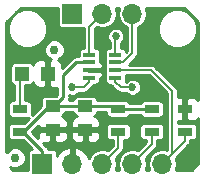
<source format=gtl>
G04 #@! TF.GenerationSoftware,KiCad,Pcbnew,(5.0.0-rc2-dev-444-g2974a2c10)*
G04 #@! TF.CreationDate,2019-08-03T11:43:22-07:00*
G04 #@! TF.ProjectId,AD5245_breakout,4144353234355F627265616B6F75742E,v01*
G04 #@! TF.SameCoordinates,Original*
G04 #@! TF.FileFunction,Copper,L1,Top,Signal*
G04 #@! TF.FilePolarity,Positive*
%FSLAX46Y46*%
G04 Gerber Fmt 4.6, Leading zero omitted, Abs format (unit mm)*
G04 Created by KiCad (PCBNEW (5.0.0-rc2-dev-444-g2974a2c10)) date 08/03/19 11:43:22*
%MOMM*%
%LPD*%
G01*
G04 APERTURE LIST*
%ADD10C,0.750000*%
%ADD11R,1.250000X1.000000*%
%ADD12R,1.300000X0.700000*%
%ADD13R,1.200000X1.200000*%
%ADD14R,1.060000X0.400000*%
%ADD15O,1.700000X1.700000*%
%ADD16R,1.700000X1.700000*%
%ADD17C,0.685800*%
%ADD18C,0.254000*%
%ADD19C,0.152400*%
G04 APERTURE END LIST*
D10*
X111506000Y-72898000D03*
D11*
X114131000Y-77676450D03*
X114131000Y-79676450D03*
X111373000Y-79676450D03*
X111373000Y-77676450D03*
D12*
X116919000Y-79826450D03*
X116919000Y-77926450D03*
X108585000Y-79826450D03*
X108585000Y-77926450D03*
D13*
X110955000Y-74930000D03*
X108755000Y-74930000D03*
D12*
X119737000Y-77926450D03*
X119737000Y-79826450D03*
X122555000Y-77926450D03*
X122555000Y-79826450D03*
D14*
X116670000Y-73315000D03*
X116670000Y-73965000D03*
X116670000Y-74625000D03*
X116670000Y-75275000D03*
X114470000Y-75275000D03*
X114470000Y-74625000D03*
X114470000Y-73965000D03*
X114470000Y-73315000D03*
D10*
X108204000Y-82042000D03*
D15*
X120650000Y-82550000D03*
X118110000Y-82550000D03*
X115570000Y-82550000D03*
X113030000Y-82550000D03*
D16*
X110490000Y-82550000D03*
D15*
X118110000Y-69850000D03*
X115570000Y-69850000D03*
D16*
X113030000Y-69850000D03*
D17*
X122809000Y-82169000D03*
X119761000Y-71374000D03*
X109855000Y-76708000D03*
X111379000Y-71374000D03*
X116713000Y-71755000D03*
X113030000Y-76073000D03*
X118110000Y-76073000D03*
D18*
X108870450Y-79826450D02*
X108585000Y-79826450D01*
X110490000Y-81446000D02*
X108870450Y-79826450D01*
X110490000Y-82550000D02*
X110490000Y-81446000D01*
X111035000Y-77676450D02*
X111373000Y-77676450D01*
X108885000Y-79826450D02*
X111035000Y-77676450D01*
X108585000Y-79826450D02*
X108885000Y-79826450D01*
X112252000Y-77676450D02*
X114131000Y-77676450D01*
X111373000Y-77676450D02*
X112252000Y-77676450D01*
X116669000Y-77676450D02*
X116919000Y-77926450D01*
X114131000Y-77676450D02*
X116669000Y-77676450D01*
X117823000Y-77926450D02*
X119737000Y-77926450D01*
X116919000Y-77926450D02*
X117823000Y-77926450D01*
X111498000Y-77676450D02*
X111373000Y-77676450D01*
X112268000Y-76906450D02*
X111498000Y-77676450D01*
X112268000Y-76906450D02*
X112268000Y-75057000D01*
X113360000Y-73965000D02*
X114470000Y-73965000D01*
X112268000Y-75057000D02*
X113360000Y-73965000D01*
D19*
X108585000Y-75100000D02*
X108755000Y-74930000D01*
X108585000Y-77926450D02*
X108585000Y-75100000D01*
X114470000Y-70950000D02*
X115570000Y-69850000D01*
X114470000Y-73315000D02*
X114470000Y-70950000D01*
X116670000Y-71798000D02*
X116713000Y-71755000D01*
X116670000Y-73315000D02*
X116670000Y-71798000D01*
X116919000Y-81201000D02*
X116919000Y-79826450D01*
X115570000Y-82550000D02*
X116919000Y-81201000D01*
X113030000Y-76073000D02*
X113030000Y-76073000D01*
X113514933Y-76073000D02*
X113030000Y-76073000D01*
X114024400Y-76073000D02*
X113514933Y-76073000D01*
X114470000Y-75627400D02*
X114024400Y-76073000D01*
X114470000Y-75275000D02*
X114470000Y-75627400D01*
X119737000Y-80923000D02*
X119737000Y-79826450D01*
X118110000Y-82550000D02*
X119737000Y-80923000D01*
X118110000Y-76073000D02*
X118110000Y-76073000D01*
X117625067Y-76073000D02*
X118110000Y-76073000D01*
X117115600Y-76073000D02*
X117625067Y-76073000D01*
X116670000Y-75627400D02*
X117115600Y-76073000D01*
X116670000Y-75275000D02*
X116670000Y-75627400D01*
X121499999Y-81700001D02*
X120650000Y-82550000D01*
X122555000Y-80645000D02*
X122555000Y-79826450D01*
X121499999Y-81700001D02*
X122555000Y-80645000D01*
X119710000Y-74625000D02*
X116670000Y-74625000D01*
X121499999Y-81700001D02*
X121499999Y-76414999D01*
X121499999Y-76414999D02*
X119710000Y-74625000D01*
X118110000Y-71052081D02*
X118110000Y-69850000D01*
X118110000Y-73207400D02*
X118110000Y-71052081D01*
X117352400Y-73965000D02*
X118110000Y-73207400D01*
X116670000Y-73965000D02*
X117352400Y-73965000D01*
D18*
G36*
X111791536Y-70700000D02*
X111821106Y-70848659D01*
X111905314Y-70974686D01*
X112031341Y-71058894D01*
X112180000Y-71088464D01*
X113880000Y-71088464D01*
X114012801Y-71062048D01*
X114012800Y-72726536D01*
X113940000Y-72726536D01*
X113791341Y-72756106D01*
X113665314Y-72840314D01*
X113581106Y-72966341D01*
X113551536Y-73115000D01*
X113551536Y-73457000D01*
X113410027Y-73457000D01*
X113359999Y-73447049D01*
X113309971Y-73457000D01*
X113309968Y-73457000D01*
X113161788Y-73486475D01*
X113036167Y-73570412D01*
X113036165Y-73570414D01*
X112993753Y-73598753D01*
X112965414Y-73641165D01*
X112190000Y-74416580D01*
X112190000Y-74203690D01*
X112093327Y-73970301D01*
X111914698Y-73791673D01*
X111777446Y-73734821D01*
X112002780Y-73641484D01*
X112249484Y-73394780D01*
X112383000Y-73072446D01*
X112383000Y-72723554D01*
X112249484Y-72401220D01*
X112002780Y-72154516D01*
X111680446Y-72021000D01*
X111331554Y-72021000D01*
X111009220Y-72154516D01*
X110762516Y-72401220D01*
X110629000Y-72723554D01*
X110629000Y-73072446D01*
X110762516Y-73394780D01*
X111009220Y-73641484D01*
X111210778Y-73724972D01*
X111082000Y-73853750D01*
X111082000Y-74803000D01*
X111102000Y-74803000D01*
X111102000Y-75057000D01*
X111082000Y-75057000D01*
X111082000Y-76006250D01*
X111240750Y-76165000D01*
X111681309Y-76165000D01*
X111760000Y-76132405D01*
X111760000Y-76696030D01*
X111668044Y-76787986D01*
X110748000Y-76787986D01*
X110599341Y-76817556D01*
X110473314Y-76901764D01*
X110389106Y-77027791D01*
X110359536Y-77176450D01*
X110359536Y-77633493D01*
X109600343Y-78392686D01*
X109623464Y-78276450D01*
X109623464Y-77576450D01*
X109593894Y-77427791D01*
X109509686Y-77301764D01*
X109383659Y-77217556D01*
X109235000Y-77187986D01*
X109042200Y-77187986D01*
X109042200Y-75918464D01*
X109355000Y-75918464D01*
X109503659Y-75888894D01*
X109629686Y-75804686D01*
X109713894Y-75678659D01*
X109720000Y-75647962D01*
X109720000Y-75656310D01*
X109816673Y-75889699D01*
X109995302Y-76068327D01*
X110228691Y-76165000D01*
X110669250Y-76165000D01*
X110828000Y-76006250D01*
X110828000Y-75057000D01*
X110808000Y-75057000D01*
X110808000Y-74803000D01*
X110828000Y-74803000D01*
X110828000Y-73853750D01*
X110669250Y-73695000D01*
X110228691Y-73695000D01*
X109995302Y-73791673D01*
X109816673Y-73970301D01*
X109720000Y-74203690D01*
X109720000Y-74212038D01*
X109713894Y-74181341D01*
X109629686Y-74055314D01*
X109503659Y-73971106D01*
X109355000Y-73941536D01*
X108155000Y-73941536D01*
X108006341Y-73971106D01*
X107880314Y-74055314D01*
X107796106Y-74181341D01*
X107766536Y-74330000D01*
X107766536Y-75530000D01*
X107796106Y-75678659D01*
X107880314Y-75804686D01*
X108006341Y-75888894D01*
X108127801Y-75913054D01*
X108127800Y-77187986D01*
X107935000Y-77187986D01*
X107786341Y-77217556D01*
X107660314Y-77301764D01*
X107576106Y-77427791D01*
X107546536Y-77576450D01*
X107546536Y-78276450D01*
X107576106Y-78425109D01*
X107660314Y-78551136D01*
X107786341Y-78635344D01*
X107935000Y-78664914D01*
X109235000Y-78664914D01*
X109351236Y-78641793D01*
X108905044Y-79087986D01*
X107935000Y-79087986D01*
X107786341Y-79117556D01*
X107660314Y-79201764D01*
X107576106Y-79327791D01*
X107546536Y-79476450D01*
X107546536Y-80176450D01*
X107576106Y-80325109D01*
X107660314Y-80451136D01*
X107786341Y-80535344D01*
X107935000Y-80564914D01*
X108890494Y-80564914D01*
X109637594Y-81312014D01*
X109491341Y-81341106D01*
X109365314Y-81425314D01*
X109281106Y-81551341D01*
X109251536Y-81700000D01*
X109251536Y-83058000D01*
X108002606Y-83058000D01*
X107746262Y-82801656D01*
X108029554Y-82919000D01*
X108378446Y-82919000D01*
X108700780Y-82785484D01*
X108947484Y-82538780D01*
X109081000Y-82216446D01*
X109081000Y-81867554D01*
X108947484Y-81545220D01*
X108700780Y-81298516D01*
X108378446Y-81165000D01*
X108029554Y-81165000D01*
X107707220Y-81298516D01*
X107460516Y-81545220D01*
X107442000Y-81589921D01*
X107442000Y-70795574D01*
X107589000Y-70795574D01*
X107589000Y-71444426D01*
X107837305Y-72043887D01*
X108296113Y-72502695D01*
X108895574Y-72751000D01*
X109544426Y-72751000D01*
X110143887Y-72502695D01*
X110602695Y-72043887D01*
X110851000Y-71444426D01*
X110851000Y-70795574D01*
X110602695Y-70196113D01*
X110143887Y-69737305D01*
X109544426Y-69489000D01*
X108895574Y-69489000D01*
X108296113Y-69737305D01*
X107837305Y-70196113D01*
X107589000Y-70795574D01*
X107442000Y-70795574D01*
X107442000Y-70537606D01*
X108637606Y-69342000D01*
X111791536Y-69342000D01*
X111791536Y-70700000D01*
X111791536Y-70700000D01*
G37*
X111791536Y-70700000D02*
X111821106Y-70848659D01*
X111905314Y-70974686D01*
X112031341Y-71058894D01*
X112180000Y-71088464D01*
X113880000Y-71088464D01*
X114012801Y-71062048D01*
X114012800Y-72726536D01*
X113940000Y-72726536D01*
X113791341Y-72756106D01*
X113665314Y-72840314D01*
X113581106Y-72966341D01*
X113551536Y-73115000D01*
X113551536Y-73457000D01*
X113410027Y-73457000D01*
X113359999Y-73447049D01*
X113309971Y-73457000D01*
X113309968Y-73457000D01*
X113161788Y-73486475D01*
X113036167Y-73570412D01*
X113036165Y-73570414D01*
X112993753Y-73598753D01*
X112965414Y-73641165D01*
X112190000Y-74416580D01*
X112190000Y-74203690D01*
X112093327Y-73970301D01*
X111914698Y-73791673D01*
X111777446Y-73734821D01*
X112002780Y-73641484D01*
X112249484Y-73394780D01*
X112383000Y-73072446D01*
X112383000Y-72723554D01*
X112249484Y-72401220D01*
X112002780Y-72154516D01*
X111680446Y-72021000D01*
X111331554Y-72021000D01*
X111009220Y-72154516D01*
X110762516Y-72401220D01*
X110629000Y-72723554D01*
X110629000Y-73072446D01*
X110762516Y-73394780D01*
X111009220Y-73641484D01*
X111210778Y-73724972D01*
X111082000Y-73853750D01*
X111082000Y-74803000D01*
X111102000Y-74803000D01*
X111102000Y-75057000D01*
X111082000Y-75057000D01*
X111082000Y-76006250D01*
X111240750Y-76165000D01*
X111681309Y-76165000D01*
X111760000Y-76132405D01*
X111760000Y-76696030D01*
X111668044Y-76787986D01*
X110748000Y-76787986D01*
X110599341Y-76817556D01*
X110473314Y-76901764D01*
X110389106Y-77027791D01*
X110359536Y-77176450D01*
X110359536Y-77633493D01*
X109600343Y-78392686D01*
X109623464Y-78276450D01*
X109623464Y-77576450D01*
X109593894Y-77427791D01*
X109509686Y-77301764D01*
X109383659Y-77217556D01*
X109235000Y-77187986D01*
X109042200Y-77187986D01*
X109042200Y-75918464D01*
X109355000Y-75918464D01*
X109503659Y-75888894D01*
X109629686Y-75804686D01*
X109713894Y-75678659D01*
X109720000Y-75647962D01*
X109720000Y-75656310D01*
X109816673Y-75889699D01*
X109995302Y-76068327D01*
X110228691Y-76165000D01*
X110669250Y-76165000D01*
X110828000Y-76006250D01*
X110828000Y-75057000D01*
X110808000Y-75057000D01*
X110808000Y-74803000D01*
X110828000Y-74803000D01*
X110828000Y-73853750D01*
X110669250Y-73695000D01*
X110228691Y-73695000D01*
X109995302Y-73791673D01*
X109816673Y-73970301D01*
X109720000Y-74203690D01*
X109720000Y-74212038D01*
X109713894Y-74181341D01*
X109629686Y-74055314D01*
X109503659Y-73971106D01*
X109355000Y-73941536D01*
X108155000Y-73941536D01*
X108006341Y-73971106D01*
X107880314Y-74055314D01*
X107796106Y-74181341D01*
X107766536Y-74330000D01*
X107766536Y-75530000D01*
X107796106Y-75678659D01*
X107880314Y-75804686D01*
X108006341Y-75888894D01*
X108127801Y-75913054D01*
X108127800Y-77187986D01*
X107935000Y-77187986D01*
X107786341Y-77217556D01*
X107660314Y-77301764D01*
X107576106Y-77427791D01*
X107546536Y-77576450D01*
X107546536Y-78276450D01*
X107576106Y-78425109D01*
X107660314Y-78551136D01*
X107786341Y-78635344D01*
X107935000Y-78664914D01*
X109235000Y-78664914D01*
X109351236Y-78641793D01*
X108905044Y-79087986D01*
X107935000Y-79087986D01*
X107786341Y-79117556D01*
X107660314Y-79201764D01*
X107576106Y-79327791D01*
X107546536Y-79476450D01*
X107546536Y-80176450D01*
X107576106Y-80325109D01*
X107660314Y-80451136D01*
X107786341Y-80535344D01*
X107935000Y-80564914D01*
X108890494Y-80564914D01*
X109637594Y-81312014D01*
X109491341Y-81341106D01*
X109365314Y-81425314D01*
X109281106Y-81551341D01*
X109251536Y-81700000D01*
X109251536Y-83058000D01*
X108002606Y-83058000D01*
X107746262Y-82801656D01*
X108029554Y-82919000D01*
X108378446Y-82919000D01*
X108700780Y-82785484D01*
X108947484Y-82538780D01*
X109081000Y-82216446D01*
X109081000Y-81867554D01*
X108947484Y-81545220D01*
X108700780Y-81298516D01*
X108378446Y-81165000D01*
X108029554Y-81165000D01*
X107707220Y-81298516D01*
X107460516Y-81545220D01*
X107442000Y-81589921D01*
X107442000Y-70795574D01*
X107589000Y-70795574D01*
X107589000Y-71444426D01*
X107837305Y-72043887D01*
X108296113Y-72502695D01*
X108895574Y-72751000D01*
X109544426Y-72751000D01*
X110143887Y-72502695D01*
X110602695Y-72043887D01*
X110851000Y-71444426D01*
X110851000Y-70795574D01*
X110602695Y-70196113D01*
X110143887Y-69737305D01*
X109544426Y-69489000D01*
X108895574Y-69489000D01*
X108296113Y-69737305D01*
X107837305Y-70196113D01*
X107589000Y-70795574D01*
X107442000Y-70795574D01*
X107442000Y-70537606D01*
X108637606Y-69342000D01*
X111791536Y-69342000D01*
X111791536Y-70700000D01*
G36*
X123698000Y-70537606D02*
X123698000Y-77171425D01*
X123564699Y-77038123D01*
X123331310Y-76941450D01*
X122840750Y-76941450D01*
X122682000Y-77100200D01*
X122682000Y-77799450D01*
X122702000Y-77799450D01*
X122702000Y-78053450D01*
X122682000Y-78053450D01*
X122682000Y-78752700D01*
X122840750Y-78911450D01*
X123331310Y-78911450D01*
X123564699Y-78814777D01*
X123698000Y-78681475D01*
X123698000Y-82497394D01*
X123137394Y-83058000D01*
X121791075Y-83058000D01*
X121809576Y-83030312D01*
X121905116Y-82550000D01*
X121809576Y-82069688D01*
X121797256Y-82051250D01*
X121829622Y-82029624D01*
X121855131Y-81991447D01*
X122846449Y-81000130D01*
X122884623Y-80974623D01*
X122985673Y-80823391D01*
X123012200Y-80690030D01*
X123012200Y-80690029D01*
X123021157Y-80645000D01*
X123012200Y-80599970D01*
X123012200Y-80564914D01*
X123205000Y-80564914D01*
X123353659Y-80535344D01*
X123479686Y-80451136D01*
X123563894Y-80325109D01*
X123593464Y-80176450D01*
X123593464Y-79476450D01*
X123563894Y-79327791D01*
X123479686Y-79201764D01*
X123353659Y-79117556D01*
X123205000Y-79087986D01*
X121957199Y-79087986D01*
X121957199Y-78911450D01*
X122269250Y-78911450D01*
X122428000Y-78752700D01*
X122428000Y-78053450D01*
X122408000Y-78053450D01*
X122408000Y-77799450D01*
X122428000Y-77799450D01*
X122428000Y-77100200D01*
X122269250Y-76941450D01*
X121957199Y-76941450D01*
X121957199Y-76460029D01*
X121966156Y-76414999D01*
X121930672Y-76236608D01*
X121855129Y-76123550D01*
X121829622Y-76085376D01*
X121791448Y-76059869D01*
X120065132Y-74333554D01*
X120039623Y-74295377D01*
X119888391Y-74194327D01*
X119755030Y-74167800D01*
X119710000Y-74158843D01*
X119664970Y-74167800D01*
X117796178Y-74167800D01*
X118401449Y-73562530D01*
X118439623Y-73537023D01*
X118540673Y-73385791D01*
X118567200Y-73252430D01*
X118567200Y-73252429D01*
X118576157Y-73207401D01*
X118567200Y-73162371D01*
X118567200Y-71014173D01*
X118590312Y-71009576D01*
X118910588Y-70795574D01*
X120289000Y-70795574D01*
X120289000Y-71444426D01*
X120537305Y-72043887D01*
X120996113Y-72502695D01*
X121595574Y-72751000D01*
X122244426Y-72751000D01*
X122843887Y-72502695D01*
X123302695Y-72043887D01*
X123551000Y-71444426D01*
X123551000Y-70795574D01*
X123302695Y-70196113D01*
X122843887Y-69737305D01*
X122244426Y-69489000D01*
X121595574Y-69489000D01*
X120996113Y-69737305D01*
X120537305Y-70196113D01*
X120289000Y-70795574D01*
X118910588Y-70795574D01*
X118997501Y-70737501D01*
X119269576Y-70330312D01*
X119365116Y-69850000D01*
X119269576Y-69369688D01*
X119251075Y-69342000D01*
X122502394Y-69342000D01*
X123698000Y-70537606D01*
X123698000Y-70537606D01*
G37*
X123698000Y-70537606D02*
X123698000Y-77171425D01*
X123564699Y-77038123D01*
X123331310Y-76941450D01*
X122840750Y-76941450D01*
X122682000Y-77100200D01*
X122682000Y-77799450D01*
X122702000Y-77799450D01*
X122702000Y-78053450D01*
X122682000Y-78053450D01*
X122682000Y-78752700D01*
X122840750Y-78911450D01*
X123331310Y-78911450D01*
X123564699Y-78814777D01*
X123698000Y-78681475D01*
X123698000Y-82497394D01*
X123137394Y-83058000D01*
X121791075Y-83058000D01*
X121809576Y-83030312D01*
X121905116Y-82550000D01*
X121809576Y-82069688D01*
X121797256Y-82051250D01*
X121829622Y-82029624D01*
X121855131Y-81991447D01*
X122846449Y-81000130D01*
X122884623Y-80974623D01*
X122985673Y-80823391D01*
X123012200Y-80690030D01*
X123012200Y-80690029D01*
X123021157Y-80645000D01*
X123012200Y-80599970D01*
X123012200Y-80564914D01*
X123205000Y-80564914D01*
X123353659Y-80535344D01*
X123479686Y-80451136D01*
X123563894Y-80325109D01*
X123593464Y-80176450D01*
X123593464Y-79476450D01*
X123563894Y-79327791D01*
X123479686Y-79201764D01*
X123353659Y-79117556D01*
X123205000Y-79087986D01*
X121957199Y-79087986D01*
X121957199Y-78911450D01*
X122269250Y-78911450D01*
X122428000Y-78752700D01*
X122428000Y-78053450D01*
X122408000Y-78053450D01*
X122408000Y-77799450D01*
X122428000Y-77799450D01*
X122428000Y-77100200D01*
X122269250Y-76941450D01*
X121957199Y-76941450D01*
X121957199Y-76460029D01*
X121966156Y-76414999D01*
X121930672Y-76236608D01*
X121855129Y-76123550D01*
X121829622Y-76085376D01*
X121791448Y-76059869D01*
X120065132Y-74333554D01*
X120039623Y-74295377D01*
X119888391Y-74194327D01*
X119755030Y-74167800D01*
X119710000Y-74158843D01*
X119664970Y-74167800D01*
X117796178Y-74167800D01*
X118401449Y-73562530D01*
X118439623Y-73537023D01*
X118540673Y-73385791D01*
X118567200Y-73252430D01*
X118567200Y-73252429D01*
X118576157Y-73207401D01*
X118567200Y-73162371D01*
X118567200Y-71014173D01*
X118590312Y-71009576D01*
X118910588Y-70795574D01*
X120289000Y-70795574D01*
X120289000Y-71444426D01*
X120537305Y-72043887D01*
X120996113Y-72502695D01*
X121595574Y-72751000D01*
X122244426Y-72751000D01*
X122843887Y-72502695D01*
X123302695Y-72043887D01*
X123551000Y-71444426D01*
X123551000Y-70795574D01*
X123302695Y-70196113D01*
X122843887Y-69737305D01*
X122244426Y-69489000D01*
X121595574Y-69489000D01*
X120996113Y-69737305D01*
X120537305Y-70196113D01*
X120289000Y-70795574D01*
X118910588Y-70795574D01*
X118997501Y-70737501D01*
X119269576Y-70330312D01*
X119365116Y-69850000D01*
X119269576Y-69369688D01*
X119251075Y-69342000D01*
X122502394Y-69342000D01*
X123698000Y-70537606D01*
G36*
X116950424Y-69369688D02*
X116854884Y-69850000D01*
X116950424Y-70330312D01*
X117222499Y-70737501D01*
X117629688Y-71009576D01*
X117652800Y-71014173D01*
X117652800Y-71097110D01*
X117652801Y-71097115D01*
X117652800Y-73018021D01*
X117583048Y-73087773D01*
X117558894Y-72966341D01*
X117474686Y-72840314D01*
X117348659Y-72756106D01*
X117200000Y-72726536D01*
X117127200Y-72726536D01*
X117127200Y-72364549D01*
X117326693Y-72165056D01*
X117436900Y-71898993D01*
X117436900Y-71611007D01*
X117326693Y-71344944D01*
X117123056Y-71141307D01*
X116856993Y-71031100D01*
X116569007Y-71031100D01*
X116302944Y-71141307D01*
X116099307Y-71344944D01*
X115989100Y-71611007D01*
X115989100Y-71898993D01*
X116099307Y-72165056D01*
X116212801Y-72278550D01*
X116212800Y-72726536D01*
X116140000Y-72726536D01*
X115991341Y-72756106D01*
X115865314Y-72840314D01*
X115781106Y-72966341D01*
X115751536Y-73115000D01*
X115751536Y-73515000D01*
X115776400Y-73640000D01*
X115751536Y-73765000D01*
X115751536Y-74165000D01*
X115777395Y-74295000D01*
X115751536Y-74425000D01*
X115751536Y-74825000D01*
X115776400Y-74950000D01*
X115751536Y-75075000D01*
X115751536Y-75475000D01*
X115781106Y-75623659D01*
X115865314Y-75749686D01*
X115991341Y-75833894D01*
X116140000Y-75863464D01*
X116277864Y-75863464D01*
X116314870Y-75918848D01*
X116340378Y-75957023D01*
X116378552Y-75982530D01*
X116760468Y-76364446D01*
X116785977Y-76402623D01*
X116937209Y-76503673D01*
X117115600Y-76539157D01*
X117160630Y-76530200D01*
X117543451Y-76530200D01*
X117699944Y-76686693D01*
X117966007Y-76796900D01*
X118253993Y-76796900D01*
X118520056Y-76686693D01*
X118723693Y-76483056D01*
X118833900Y-76216993D01*
X118833900Y-75929007D01*
X118723693Y-75662944D01*
X118520056Y-75459307D01*
X118253993Y-75349100D01*
X117966007Y-75349100D01*
X117699944Y-75459307D01*
X117564680Y-75594571D01*
X117588464Y-75475000D01*
X117588464Y-75082200D01*
X119520622Y-75082200D01*
X121042800Y-76604379D01*
X121042799Y-81373017D01*
X120771239Y-81319000D01*
X120528761Y-81319000D01*
X120169688Y-81390424D01*
X119762499Y-81662499D01*
X119490424Y-82069688D01*
X119394884Y-82550000D01*
X119490424Y-83030312D01*
X119508925Y-83058000D01*
X119251075Y-83058000D01*
X119269576Y-83030312D01*
X119365116Y-82550000D01*
X119269576Y-82069688D01*
X119256484Y-82050094D01*
X120028446Y-81278132D01*
X120066623Y-81252623D01*
X120167673Y-81101391D01*
X120194200Y-80968030D01*
X120194200Y-80968026D01*
X120203156Y-80923001D01*
X120194200Y-80877976D01*
X120194200Y-80564914D01*
X120387000Y-80564914D01*
X120535659Y-80535344D01*
X120661686Y-80451136D01*
X120745894Y-80325109D01*
X120775464Y-80176450D01*
X120775464Y-79476450D01*
X120745894Y-79327791D01*
X120661686Y-79201764D01*
X120535659Y-79117556D01*
X120387000Y-79087986D01*
X119087000Y-79087986D01*
X118938341Y-79117556D01*
X118812314Y-79201764D01*
X118728106Y-79327791D01*
X118698536Y-79476450D01*
X118698536Y-80176450D01*
X118728106Y-80325109D01*
X118812314Y-80451136D01*
X118938341Y-80535344D01*
X119087000Y-80564914D01*
X119279800Y-80564914D01*
X119279800Y-80733622D01*
X118609906Y-81403516D01*
X118590312Y-81390424D01*
X118231239Y-81319000D01*
X117988761Y-81319000D01*
X117629688Y-81390424D01*
X117222499Y-81662499D01*
X116950424Y-82069688D01*
X116854884Y-82550000D01*
X116950424Y-83030312D01*
X116968925Y-83058000D01*
X116711075Y-83058000D01*
X116729576Y-83030312D01*
X116825116Y-82550000D01*
X116729576Y-82069688D01*
X116716484Y-82050095D01*
X117210449Y-81556130D01*
X117248623Y-81530623D01*
X117349673Y-81379391D01*
X117357288Y-81341106D01*
X117385157Y-81201001D01*
X117376200Y-81155971D01*
X117376200Y-80564914D01*
X117569000Y-80564914D01*
X117717659Y-80535344D01*
X117843686Y-80451136D01*
X117927894Y-80325109D01*
X117957464Y-80176450D01*
X117957464Y-79476450D01*
X117927894Y-79327791D01*
X117843686Y-79201764D01*
X117717659Y-79117556D01*
X117569000Y-79087986D01*
X116269000Y-79087986D01*
X116120341Y-79117556D01*
X115994314Y-79201764D01*
X115910106Y-79327791D01*
X115880536Y-79476450D01*
X115880536Y-80176450D01*
X115910106Y-80325109D01*
X115994314Y-80451136D01*
X116120341Y-80535344D01*
X116269000Y-80564914D01*
X116461800Y-80564914D01*
X116461800Y-81011621D01*
X116069905Y-81403516D01*
X116050312Y-81390424D01*
X115691239Y-81319000D01*
X115448761Y-81319000D01*
X115089688Y-81390424D01*
X114682499Y-81662499D01*
X114412245Y-82066963D01*
X114225183Y-81668642D01*
X113796924Y-81278355D01*
X113386890Y-81108524D01*
X113157000Y-81229845D01*
X113157000Y-82423000D01*
X113177000Y-82423000D01*
X113177000Y-82677000D01*
X113157000Y-82677000D01*
X113157000Y-82697000D01*
X112903000Y-82697000D01*
X112903000Y-82677000D01*
X112883000Y-82677000D01*
X112883000Y-82423000D01*
X112903000Y-82423000D01*
X112903000Y-81229845D01*
X112673110Y-81108524D01*
X112263076Y-81278355D01*
X111834817Y-81668642D01*
X111728464Y-81895105D01*
X111728464Y-81700000D01*
X111698894Y-81551341D01*
X111614686Y-81425314D01*
X111488659Y-81341106D01*
X111340000Y-81311536D01*
X110981205Y-81311536D01*
X110968525Y-81247788D01*
X110856247Y-81079753D01*
X110813832Y-81051412D01*
X110540056Y-80777636D01*
X110621690Y-80811450D01*
X111087250Y-80811450D01*
X111246000Y-80652700D01*
X111246000Y-79803450D01*
X111500000Y-79803450D01*
X111500000Y-80652700D01*
X111658750Y-80811450D01*
X112124310Y-80811450D01*
X112357699Y-80714777D01*
X112536327Y-80536148D01*
X112633000Y-80302759D01*
X112633000Y-79962200D01*
X112871000Y-79962200D01*
X112871000Y-80302759D01*
X112967673Y-80536148D01*
X113146301Y-80714777D01*
X113379690Y-80811450D01*
X113845250Y-80811450D01*
X114004000Y-80652700D01*
X114004000Y-79803450D01*
X114258000Y-79803450D01*
X114258000Y-80652700D01*
X114416750Y-80811450D01*
X114882310Y-80811450D01*
X115115699Y-80714777D01*
X115294327Y-80536148D01*
X115391000Y-80302759D01*
X115391000Y-79962200D01*
X115232250Y-79803450D01*
X114258000Y-79803450D01*
X114004000Y-79803450D01*
X113029750Y-79803450D01*
X112871000Y-79962200D01*
X112633000Y-79962200D01*
X112474250Y-79803450D01*
X111500000Y-79803450D01*
X111246000Y-79803450D01*
X110271750Y-79803450D01*
X110113000Y-79962200D01*
X110113000Y-80302759D01*
X110146815Y-80384395D01*
X109623464Y-79861044D01*
X109623464Y-79806406D01*
X110113000Y-79316870D01*
X110113000Y-79390700D01*
X110271750Y-79549450D01*
X111246000Y-79549450D01*
X111246000Y-79529450D01*
X111500000Y-79529450D01*
X111500000Y-79549450D01*
X112474250Y-79549450D01*
X112633000Y-79390700D01*
X112633000Y-79050141D01*
X112536327Y-78816752D01*
X112357699Y-78638123D01*
X112124310Y-78541450D01*
X112115962Y-78541450D01*
X112146659Y-78535344D01*
X112272686Y-78451136D01*
X112356894Y-78325109D01*
X112384873Y-78184450D01*
X113119127Y-78184450D01*
X113147106Y-78325109D01*
X113231314Y-78451136D01*
X113357341Y-78535344D01*
X113388038Y-78541450D01*
X113379690Y-78541450D01*
X113146301Y-78638123D01*
X112967673Y-78816752D01*
X112871000Y-79050141D01*
X112871000Y-79390700D01*
X113029750Y-79549450D01*
X114004000Y-79549450D01*
X114004000Y-79529450D01*
X114258000Y-79529450D01*
X114258000Y-79549450D01*
X115232250Y-79549450D01*
X115391000Y-79390700D01*
X115391000Y-79050141D01*
X115294327Y-78816752D01*
X115115699Y-78638123D01*
X114882310Y-78541450D01*
X114873962Y-78541450D01*
X114904659Y-78535344D01*
X115030686Y-78451136D01*
X115114894Y-78325109D01*
X115142873Y-78184450D01*
X115880536Y-78184450D01*
X115880536Y-78276450D01*
X115910106Y-78425109D01*
X115994314Y-78551136D01*
X116120341Y-78635344D01*
X116269000Y-78664914D01*
X117569000Y-78664914D01*
X117717659Y-78635344D01*
X117843686Y-78551136D01*
X117921653Y-78434450D01*
X118734347Y-78434450D01*
X118812314Y-78551136D01*
X118938341Y-78635344D01*
X119087000Y-78664914D01*
X120387000Y-78664914D01*
X120535659Y-78635344D01*
X120661686Y-78551136D01*
X120745894Y-78425109D01*
X120775464Y-78276450D01*
X120775464Y-77576450D01*
X120745894Y-77427791D01*
X120661686Y-77301764D01*
X120535659Y-77217556D01*
X120387000Y-77187986D01*
X119087000Y-77187986D01*
X118938341Y-77217556D01*
X118812314Y-77301764D01*
X118734347Y-77418450D01*
X117921653Y-77418450D01*
X117843686Y-77301764D01*
X117717659Y-77217556D01*
X117569000Y-77187986D01*
X116817246Y-77187986D01*
X116719032Y-77168450D01*
X116719028Y-77168450D01*
X116669000Y-77158499D01*
X116618972Y-77168450D01*
X115142873Y-77168450D01*
X115114894Y-77027791D01*
X115030686Y-76901764D01*
X114904659Y-76817556D01*
X114756000Y-76787986D01*
X113506000Y-76787986D01*
X113357341Y-76817556D01*
X113231314Y-76901764D01*
X113147106Y-77027791D01*
X113119127Y-77168450D01*
X112703903Y-77168450D01*
X112746525Y-77104662D01*
X112776000Y-76956482D01*
X112776000Y-76956479D01*
X112785951Y-76906451D01*
X112776000Y-76856423D01*
X112776000Y-76751334D01*
X112886007Y-76796900D01*
X113173993Y-76796900D01*
X113440056Y-76686693D01*
X113596549Y-76530200D01*
X113979370Y-76530200D01*
X114024400Y-76539157D01*
X114069430Y-76530200D01*
X114202791Y-76503673D01*
X114354023Y-76402623D01*
X114379532Y-76364446D01*
X114761446Y-75982532D01*
X114799623Y-75957023D01*
X114862137Y-75863464D01*
X115000000Y-75863464D01*
X115148659Y-75833894D01*
X115274686Y-75749686D01*
X115358894Y-75623659D01*
X115388464Y-75475000D01*
X115388464Y-75334561D01*
X115538327Y-75184699D01*
X115635000Y-74951310D01*
X115635000Y-74883750D01*
X115476250Y-74725000D01*
X115161970Y-74725000D01*
X115148659Y-74716106D01*
X115000000Y-74686536D01*
X114323000Y-74686536D01*
X114323000Y-74553464D01*
X115000000Y-74553464D01*
X115143099Y-74525000D01*
X115476250Y-74525000D01*
X115635000Y-74366250D01*
X115635000Y-74298690D01*
X115538327Y-74065301D01*
X115388464Y-73915439D01*
X115388464Y-73765000D01*
X115363600Y-73640000D01*
X115388464Y-73515000D01*
X115388464Y-73115000D01*
X115358894Y-72966341D01*
X115274686Y-72840314D01*
X115148659Y-72756106D01*
X115000000Y-72726536D01*
X114927200Y-72726536D01*
X114927200Y-71139378D01*
X115070094Y-70996484D01*
X115089688Y-71009576D01*
X115448761Y-71081000D01*
X115691239Y-71081000D01*
X116050312Y-71009576D01*
X116457501Y-70737501D01*
X116729576Y-70330312D01*
X116825116Y-69850000D01*
X116729576Y-69369688D01*
X116711075Y-69342000D01*
X116968925Y-69342000D01*
X116950424Y-69369688D01*
X116950424Y-69369688D01*
G37*
X116950424Y-69369688D02*
X116854884Y-69850000D01*
X116950424Y-70330312D01*
X117222499Y-70737501D01*
X117629688Y-71009576D01*
X117652800Y-71014173D01*
X117652800Y-71097110D01*
X117652801Y-71097115D01*
X117652800Y-73018021D01*
X117583048Y-73087773D01*
X117558894Y-72966341D01*
X117474686Y-72840314D01*
X117348659Y-72756106D01*
X117200000Y-72726536D01*
X117127200Y-72726536D01*
X117127200Y-72364549D01*
X117326693Y-72165056D01*
X117436900Y-71898993D01*
X117436900Y-71611007D01*
X117326693Y-71344944D01*
X117123056Y-71141307D01*
X116856993Y-71031100D01*
X116569007Y-71031100D01*
X116302944Y-71141307D01*
X116099307Y-71344944D01*
X115989100Y-71611007D01*
X115989100Y-71898993D01*
X116099307Y-72165056D01*
X116212801Y-72278550D01*
X116212800Y-72726536D01*
X116140000Y-72726536D01*
X115991341Y-72756106D01*
X115865314Y-72840314D01*
X115781106Y-72966341D01*
X115751536Y-73115000D01*
X115751536Y-73515000D01*
X115776400Y-73640000D01*
X115751536Y-73765000D01*
X115751536Y-74165000D01*
X115777395Y-74295000D01*
X115751536Y-74425000D01*
X115751536Y-74825000D01*
X115776400Y-74950000D01*
X115751536Y-75075000D01*
X115751536Y-75475000D01*
X115781106Y-75623659D01*
X115865314Y-75749686D01*
X115991341Y-75833894D01*
X116140000Y-75863464D01*
X116277864Y-75863464D01*
X116314870Y-75918848D01*
X116340378Y-75957023D01*
X116378552Y-75982530D01*
X116760468Y-76364446D01*
X116785977Y-76402623D01*
X116937209Y-76503673D01*
X117115600Y-76539157D01*
X117160630Y-76530200D01*
X117543451Y-76530200D01*
X117699944Y-76686693D01*
X117966007Y-76796900D01*
X118253993Y-76796900D01*
X118520056Y-76686693D01*
X118723693Y-76483056D01*
X118833900Y-76216993D01*
X118833900Y-75929007D01*
X118723693Y-75662944D01*
X118520056Y-75459307D01*
X118253993Y-75349100D01*
X117966007Y-75349100D01*
X117699944Y-75459307D01*
X117564680Y-75594571D01*
X117588464Y-75475000D01*
X117588464Y-75082200D01*
X119520622Y-75082200D01*
X121042800Y-76604379D01*
X121042799Y-81373017D01*
X120771239Y-81319000D01*
X120528761Y-81319000D01*
X120169688Y-81390424D01*
X119762499Y-81662499D01*
X119490424Y-82069688D01*
X119394884Y-82550000D01*
X119490424Y-83030312D01*
X119508925Y-83058000D01*
X119251075Y-83058000D01*
X119269576Y-83030312D01*
X119365116Y-82550000D01*
X119269576Y-82069688D01*
X119256484Y-82050094D01*
X120028446Y-81278132D01*
X120066623Y-81252623D01*
X120167673Y-81101391D01*
X120194200Y-80968030D01*
X120194200Y-80968026D01*
X120203156Y-80923001D01*
X120194200Y-80877976D01*
X120194200Y-80564914D01*
X120387000Y-80564914D01*
X120535659Y-80535344D01*
X120661686Y-80451136D01*
X120745894Y-80325109D01*
X120775464Y-80176450D01*
X120775464Y-79476450D01*
X120745894Y-79327791D01*
X120661686Y-79201764D01*
X120535659Y-79117556D01*
X120387000Y-79087986D01*
X119087000Y-79087986D01*
X118938341Y-79117556D01*
X118812314Y-79201764D01*
X118728106Y-79327791D01*
X118698536Y-79476450D01*
X118698536Y-80176450D01*
X118728106Y-80325109D01*
X118812314Y-80451136D01*
X118938341Y-80535344D01*
X119087000Y-80564914D01*
X119279800Y-80564914D01*
X119279800Y-80733622D01*
X118609906Y-81403516D01*
X118590312Y-81390424D01*
X118231239Y-81319000D01*
X117988761Y-81319000D01*
X117629688Y-81390424D01*
X117222499Y-81662499D01*
X116950424Y-82069688D01*
X116854884Y-82550000D01*
X116950424Y-83030312D01*
X116968925Y-83058000D01*
X116711075Y-83058000D01*
X116729576Y-83030312D01*
X116825116Y-82550000D01*
X116729576Y-82069688D01*
X116716484Y-82050095D01*
X117210449Y-81556130D01*
X117248623Y-81530623D01*
X117349673Y-81379391D01*
X117357288Y-81341106D01*
X117385157Y-81201001D01*
X117376200Y-81155971D01*
X117376200Y-80564914D01*
X117569000Y-80564914D01*
X117717659Y-80535344D01*
X117843686Y-80451136D01*
X117927894Y-80325109D01*
X117957464Y-80176450D01*
X117957464Y-79476450D01*
X117927894Y-79327791D01*
X117843686Y-79201764D01*
X117717659Y-79117556D01*
X117569000Y-79087986D01*
X116269000Y-79087986D01*
X116120341Y-79117556D01*
X115994314Y-79201764D01*
X115910106Y-79327791D01*
X115880536Y-79476450D01*
X115880536Y-80176450D01*
X115910106Y-80325109D01*
X115994314Y-80451136D01*
X116120341Y-80535344D01*
X116269000Y-80564914D01*
X116461800Y-80564914D01*
X116461800Y-81011621D01*
X116069905Y-81403516D01*
X116050312Y-81390424D01*
X115691239Y-81319000D01*
X115448761Y-81319000D01*
X115089688Y-81390424D01*
X114682499Y-81662499D01*
X114412245Y-82066963D01*
X114225183Y-81668642D01*
X113796924Y-81278355D01*
X113386890Y-81108524D01*
X113157000Y-81229845D01*
X113157000Y-82423000D01*
X113177000Y-82423000D01*
X113177000Y-82677000D01*
X113157000Y-82677000D01*
X113157000Y-82697000D01*
X112903000Y-82697000D01*
X112903000Y-82677000D01*
X112883000Y-82677000D01*
X112883000Y-82423000D01*
X112903000Y-82423000D01*
X112903000Y-81229845D01*
X112673110Y-81108524D01*
X112263076Y-81278355D01*
X111834817Y-81668642D01*
X111728464Y-81895105D01*
X111728464Y-81700000D01*
X111698894Y-81551341D01*
X111614686Y-81425314D01*
X111488659Y-81341106D01*
X111340000Y-81311536D01*
X110981205Y-81311536D01*
X110968525Y-81247788D01*
X110856247Y-81079753D01*
X110813832Y-81051412D01*
X110540056Y-80777636D01*
X110621690Y-80811450D01*
X111087250Y-80811450D01*
X111246000Y-80652700D01*
X111246000Y-79803450D01*
X111500000Y-79803450D01*
X111500000Y-80652700D01*
X111658750Y-80811450D01*
X112124310Y-80811450D01*
X112357699Y-80714777D01*
X112536327Y-80536148D01*
X112633000Y-80302759D01*
X112633000Y-79962200D01*
X112871000Y-79962200D01*
X112871000Y-80302759D01*
X112967673Y-80536148D01*
X113146301Y-80714777D01*
X113379690Y-80811450D01*
X113845250Y-80811450D01*
X114004000Y-80652700D01*
X114004000Y-79803450D01*
X114258000Y-79803450D01*
X114258000Y-80652700D01*
X114416750Y-80811450D01*
X114882310Y-80811450D01*
X115115699Y-80714777D01*
X115294327Y-80536148D01*
X115391000Y-80302759D01*
X115391000Y-79962200D01*
X115232250Y-79803450D01*
X114258000Y-79803450D01*
X114004000Y-79803450D01*
X113029750Y-79803450D01*
X112871000Y-79962200D01*
X112633000Y-79962200D01*
X112474250Y-79803450D01*
X111500000Y-79803450D01*
X111246000Y-79803450D01*
X110271750Y-79803450D01*
X110113000Y-79962200D01*
X110113000Y-80302759D01*
X110146815Y-80384395D01*
X109623464Y-79861044D01*
X109623464Y-79806406D01*
X110113000Y-79316870D01*
X110113000Y-79390700D01*
X110271750Y-79549450D01*
X111246000Y-79549450D01*
X111246000Y-79529450D01*
X111500000Y-79529450D01*
X111500000Y-79549450D01*
X112474250Y-79549450D01*
X112633000Y-79390700D01*
X112633000Y-79050141D01*
X112536327Y-78816752D01*
X112357699Y-78638123D01*
X112124310Y-78541450D01*
X112115962Y-78541450D01*
X112146659Y-78535344D01*
X112272686Y-78451136D01*
X112356894Y-78325109D01*
X112384873Y-78184450D01*
X113119127Y-78184450D01*
X113147106Y-78325109D01*
X113231314Y-78451136D01*
X113357341Y-78535344D01*
X113388038Y-78541450D01*
X113379690Y-78541450D01*
X113146301Y-78638123D01*
X112967673Y-78816752D01*
X112871000Y-79050141D01*
X112871000Y-79390700D01*
X113029750Y-79549450D01*
X114004000Y-79549450D01*
X114004000Y-79529450D01*
X114258000Y-79529450D01*
X114258000Y-79549450D01*
X115232250Y-79549450D01*
X115391000Y-79390700D01*
X115391000Y-79050141D01*
X115294327Y-78816752D01*
X115115699Y-78638123D01*
X114882310Y-78541450D01*
X114873962Y-78541450D01*
X114904659Y-78535344D01*
X115030686Y-78451136D01*
X115114894Y-78325109D01*
X115142873Y-78184450D01*
X115880536Y-78184450D01*
X115880536Y-78276450D01*
X115910106Y-78425109D01*
X115994314Y-78551136D01*
X116120341Y-78635344D01*
X116269000Y-78664914D01*
X117569000Y-78664914D01*
X117717659Y-78635344D01*
X117843686Y-78551136D01*
X117921653Y-78434450D01*
X118734347Y-78434450D01*
X118812314Y-78551136D01*
X118938341Y-78635344D01*
X119087000Y-78664914D01*
X120387000Y-78664914D01*
X120535659Y-78635344D01*
X120661686Y-78551136D01*
X120745894Y-78425109D01*
X120775464Y-78276450D01*
X120775464Y-77576450D01*
X120745894Y-77427791D01*
X120661686Y-77301764D01*
X120535659Y-77217556D01*
X120387000Y-77187986D01*
X119087000Y-77187986D01*
X118938341Y-77217556D01*
X118812314Y-77301764D01*
X118734347Y-77418450D01*
X117921653Y-77418450D01*
X117843686Y-77301764D01*
X117717659Y-77217556D01*
X117569000Y-77187986D01*
X116817246Y-77187986D01*
X116719032Y-77168450D01*
X116719028Y-77168450D01*
X116669000Y-77158499D01*
X116618972Y-77168450D01*
X115142873Y-77168450D01*
X115114894Y-77027791D01*
X115030686Y-76901764D01*
X114904659Y-76817556D01*
X114756000Y-76787986D01*
X113506000Y-76787986D01*
X113357341Y-76817556D01*
X113231314Y-76901764D01*
X113147106Y-77027791D01*
X113119127Y-77168450D01*
X112703903Y-77168450D01*
X112746525Y-77104662D01*
X112776000Y-76956482D01*
X112776000Y-76956479D01*
X112785951Y-76906451D01*
X112776000Y-76856423D01*
X112776000Y-76751334D01*
X112886007Y-76796900D01*
X113173993Y-76796900D01*
X113440056Y-76686693D01*
X113596549Y-76530200D01*
X113979370Y-76530200D01*
X114024400Y-76539157D01*
X114069430Y-76530200D01*
X114202791Y-76503673D01*
X114354023Y-76402623D01*
X114379532Y-76364446D01*
X114761446Y-75982532D01*
X114799623Y-75957023D01*
X114862137Y-75863464D01*
X115000000Y-75863464D01*
X115148659Y-75833894D01*
X115274686Y-75749686D01*
X115358894Y-75623659D01*
X115388464Y-75475000D01*
X115388464Y-75334561D01*
X115538327Y-75184699D01*
X115635000Y-74951310D01*
X115635000Y-74883750D01*
X115476250Y-74725000D01*
X115161970Y-74725000D01*
X115148659Y-74716106D01*
X115000000Y-74686536D01*
X114323000Y-74686536D01*
X114323000Y-74553464D01*
X115000000Y-74553464D01*
X115143099Y-74525000D01*
X115476250Y-74525000D01*
X115635000Y-74366250D01*
X115635000Y-74298690D01*
X115538327Y-74065301D01*
X115388464Y-73915439D01*
X115388464Y-73765000D01*
X115363600Y-73640000D01*
X115388464Y-73515000D01*
X115388464Y-73115000D01*
X115358894Y-72966341D01*
X115274686Y-72840314D01*
X115148659Y-72756106D01*
X115000000Y-72726536D01*
X114927200Y-72726536D01*
X114927200Y-71139378D01*
X115070094Y-70996484D01*
X115089688Y-71009576D01*
X115448761Y-71081000D01*
X115691239Y-71081000D01*
X116050312Y-71009576D01*
X116457501Y-70737501D01*
X116729576Y-70330312D01*
X116825116Y-69850000D01*
X116729576Y-69369688D01*
X116711075Y-69342000D01*
X116968925Y-69342000D01*
X116950424Y-69369688D01*
M02*

</source>
